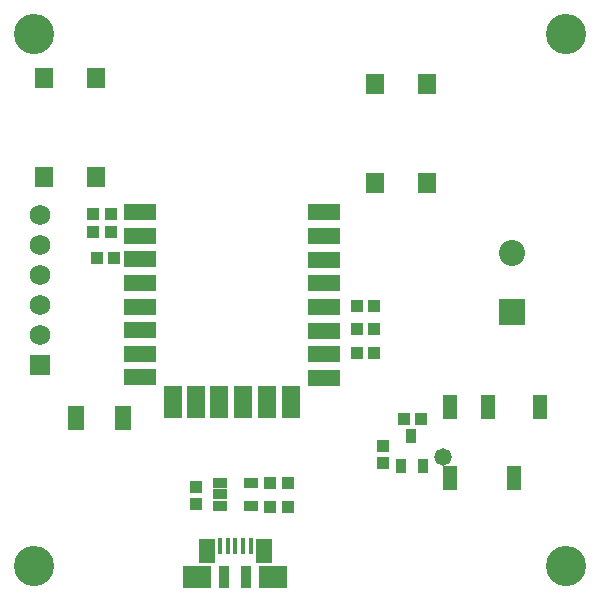
<source format=gts>
G04 Layer_Color=8388736*
%FSLAX25Y25*%
%MOIN*%
G70*
G01*
G75*
%ADD36R,0.03950X0.04343*%
%ADD37R,0.03517X0.04698*%
%ADD38R,0.04698X0.03517*%
%ADD39R,0.04343X0.03950*%
%ADD40R,0.05721X0.08280*%
%ADD41R,0.09363X0.07493*%
%ADD42R,0.03654X0.07493*%
%ADD43R,0.01784X0.05446*%
%ADD44R,0.05524X0.08280*%
%ADD45R,0.04737X0.07887*%
%ADD46R,0.06312X0.07099*%
%ADD47R,0.10800X0.05300*%
%ADD48R,0.06300X0.10800*%
%ADD49R,0.06863X0.06863*%
%ADD50C,0.06863*%
%ADD51C,0.08674*%
%ADD52R,0.08674X0.08674*%
%ADD53C,0.13398*%
%ADD54C,0.05800*%
D36*
X225492Y196850D02*
D03*
X231201D02*
D03*
X202498Y145551D02*
D03*
X196789D02*
D03*
X202498Y137677D02*
D03*
X196789D02*
D03*
X138878Y220472D02*
D03*
X144587D02*
D03*
X225492Y204724D02*
D03*
X231201D02*
D03*
X225492Y188976D02*
D03*
X231201D02*
D03*
X241240Y166929D02*
D03*
X246948D02*
D03*
D37*
X240157Y151181D02*
D03*
X243700Y161319D02*
D03*
X247637Y151181D02*
D03*
D38*
X179959Y145551D02*
D03*
Y141811D02*
D03*
Y138071D02*
D03*
X190155D02*
D03*
Y145551D02*
D03*
D39*
X143701Y235138D02*
D03*
Y229429D02*
D03*
X172085Y138760D02*
D03*
Y144468D02*
D03*
X137795Y235138D02*
D03*
Y229429D02*
D03*
X234252Y157972D02*
D03*
Y152263D02*
D03*
D40*
X131890Y167323D02*
D03*
X147638D02*
D03*
D41*
X197638Y114173D02*
D03*
X172441D02*
D03*
D42*
X188583D02*
D03*
X181299D02*
D03*
D43*
X185039Y124606D02*
D03*
X182480D02*
D03*
X179921D02*
D03*
X187598D02*
D03*
X190157D02*
D03*
D44*
X175492Y123130D02*
D03*
X194587D02*
D03*
D45*
X256693Y170866D02*
D03*
Y147244D02*
D03*
X277952D02*
D03*
X269291Y170866D02*
D03*
X286614D02*
D03*
D46*
X121260Y280709D02*
D03*
X138583D02*
D03*
Y247638D02*
D03*
X121260D02*
D03*
X231496Y245669D02*
D03*
X248819D02*
D03*
Y278740D02*
D03*
X231496D02*
D03*
D47*
X214604Y235860D02*
D03*
Y228060D02*
D03*
Y220060D02*
D03*
Y212260D02*
D03*
Y204360D02*
D03*
X214704Y196460D02*
D03*
Y188660D02*
D03*
Y180760D02*
D03*
X153204Y180860D02*
D03*
Y188760D02*
D03*
Y196560D02*
D03*
Y204360D02*
D03*
Y212360D02*
D03*
Y220160D02*
D03*
Y228060D02*
D03*
Y235860D02*
D03*
D48*
X195604Y172660D02*
D03*
X187804D02*
D03*
X203604D02*
D03*
X179804D02*
D03*
X172004D02*
D03*
X164204D02*
D03*
D49*
X120079Y185039D02*
D03*
D50*
Y195039D02*
D03*
Y205039D02*
D03*
Y215039D02*
D03*
Y225039D02*
D03*
Y235039D02*
D03*
D51*
X277362Y222441D02*
D03*
D52*
Y202756D02*
D03*
D53*
X118110Y295276D02*
D03*
Y118110D02*
D03*
X295276D02*
D03*
Y295276D02*
D03*
D54*
X254300Y154300D02*
D03*
M02*

</source>
